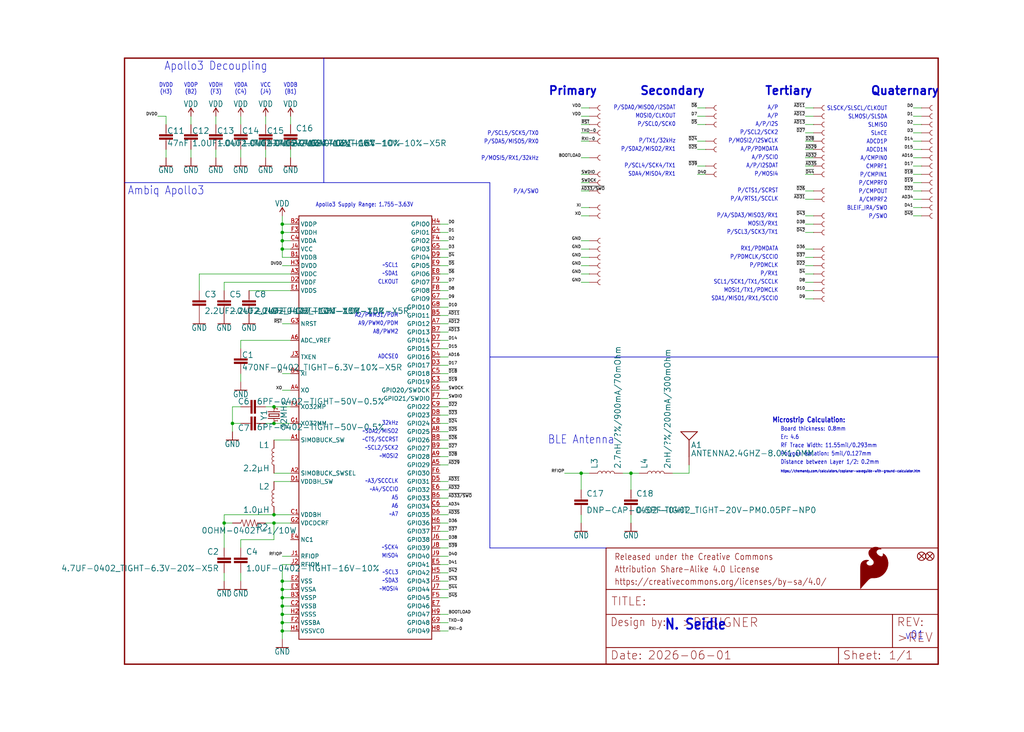
<source format=kicad_sch>
(kicad_sch (version 20230121) (generator eeschema)
  (paper "User" 313.284 223.926)
  (junction (at 86.36 193.04))
  (junction (at 68.58 160.02))
  (junction (at 86.36 177.8))
  (junction (at 86.36 180.34))
  (junction (at 86.36 68.58))
  (junction (at 83.82 124.46))
  (junction (at 193.04 144.78))
  (junction (at 86.36 76.2))
  (junction (at 83.82 160.02))
  (junction (at 86.36 190.5))
  (junction (at 177.8 144.78))
  (junction (at 86.36 185.42))
  (junction (at 71.12 129.54))
  (junction (at 86.36 182.88))
  (junction (at 86.36 73.66))
  (junction (at 86.36 187.96))
  (junction (at 86.36 71.12))
  (junction (at 83.82 157.48))
  (junction (at 83.82 129.54))
  (wire (pts (xy 86.36 190.5) (xy 88.9 190.5)) (stroke (width 0.1524)))
  (wire (pts (xy 180.34 33.02) (xy 177.8 33.02)) (stroke (width 0.1524)))
  (wire (pts (xy 86.36 177.8) (xy 86.36 180.34)) (stroke (width 0.1524)))
  (polyline (pts (xy 185.42 167.64) (xy 149.86 167.64)) (stroke (width 0.2032) (type solid)))
  (wire (pts (xy 248.92 78.74) (xy 246.38 78.74)) (stroke (width 0.1524)))
  (wire (pts (xy 134.62 132.08) (xy 137.16 132.08)) (stroke (width 0.1524)))
  (wire (pts (xy 88.9 114.3) (xy 86.36 114.3)) (stroke (width 0.1524)))
  (wire (pts (xy 88.9 86.36) (xy 68.58 86.36)) (stroke (width 0.1524)))
  (wire (pts (xy 88.9 129.54) (xy 83.82 129.54)) (stroke (width 0.1524)))
  (wire (pts (xy 281.94 33.02) (xy 279.4 33.02)) (stroke (width 0.1524)))
  (wire (pts (xy 86.36 180.34) (xy 86.36 182.88)) (stroke (width 0.1524)))
  (wire (pts (xy 88.9 134.62) (xy 83.82 134.62)) (stroke (width 0.1524)))
  (polyline (pts (xy 149.86 55.88) (xy 99.06 55.88)) (stroke (width 0.2032) (type solid)))
  (wire (pts (xy 88.9 170.18) (xy 86.36 170.18)) (stroke (width 0.1524)))
  (wire (pts (xy 134.62 104.14) (xy 137.16 104.14)) (stroke (width 0.1524)))
  (wire (pts (xy 88.9 180.34) (xy 86.36 180.34)) (stroke (width 0.1524)))
  (wire (pts (xy 134.62 114.3) (xy 137.16 114.3)) (stroke (width 0.1524)))
  (wire (pts (xy 134.62 124.46) (xy 137.16 124.46)) (stroke (width 0.1524)))
  (wire (pts (xy 248.92 38.1) (xy 246.38 38.1)) (stroke (width 0.1524)))
  (wire (pts (xy 73.66 48.26) (xy 73.66 45.72)) (stroke (width 0.1524)))
  (wire (pts (xy 134.62 187.96) (xy 137.16 187.96)) (stroke (width 0.1524)))
  (wire (pts (xy 73.66 35.56) (xy 73.66 38.1)) (stroke (width 0.1524)))
  (wire (pts (xy 248.92 88.9) (xy 246.38 88.9)) (stroke (width 0.1524)))
  (wire (pts (xy 88.9 35.56) (xy 88.9 38.1)) (stroke (width 0.1524)))
  (wire (pts (xy 134.62 127) (xy 137.16 127)) (stroke (width 0.1524)))
  (wire (pts (xy 134.62 137.16) (xy 137.16 137.16)) (stroke (width 0.1524)))
  (wire (pts (xy 88.9 81.28) (xy 86.36 81.28)) (stroke (width 0.1524)))
  (wire (pts (xy 193.04 149.86) (xy 193.04 144.78)) (stroke (width 0.1524)))
  (wire (pts (xy 134.62 172.72) (xy 137.16 172.72)) (stroke (width 0.1524)))
  (wire (pts (xy 88.9 88.9) (xy 76.2 88.9)) (stroke (width 0.1524)))
  (wire (pts (xy 86.36 73.66) (xy 86.36 71.12)) (stroke (width 0.1524)))
  (wire (pts (xy 248.92 50.8) (xy 246.38 50.8)) (stroke (width 0.1524)))
  (wire (pts (xy 248.92 35.56) (xy 246.38 35.56)) (stroke (width 0.1524)))
  (wire (pts (xy 177.8 160.02) (xy 177.8 157.48)) (stroke (width 0.1524)))
  (wire (pts (xy 88.9 144.78) (xy 83.82 144.78)) (stroke (width 0.1524)))
  (wire (pts (xy 66.04 35.56) (xy 66.04 38.1)) (stroke (width 0.1524)))
  (wire (pts (xy 66.04 48.26) (xy 66.04 45.72)) (stroke (width 0.1524)))
  (wire (pts (xy 86.36 185.42) (xy 86.36 187.96)) (stroke (width 0.1524)))
  (wire (pts (xy 180.34 63.5) (xy 177.8 63.5)) (stroke (width 0.1524)))
  (wire (pts (xy 215.9 50.8) (xy 213.36 50.8)) (stroke (width 0.1524)))
  (wire (pts (xy 134.62 177.8) (xy 137.16 177.8)) (stroke (width 0.1524)))
  (wire (pts (xy 281.94 53.34) (xy 279.4 53.34)) (stroke (width 0.1524)))
  (wire (pts (xy 88.9 177.8) (xy 86.36 177.8)) (stroke (width 0.1524)))
  (wire (pts (xy 60.96 83.82) (xy 60.96 88.9)) (stroke (width 0.1524)))
  (wire (pts (xy 58.42 35.56) (xy 58.42 38.1)) (stroke (width 0.1524)))
  (wire (pts (xy 180.34 76.2) (xy 177.8 76.2)) (stroke (width 0.1524)))
  (wire (pts (xy 137.16 81.28) (xy 134.62 81.28)) (stroke (width 0.1524)))
  (wire (pts (xy 134.62 91.44) (xy 137.16 91.44)) (stroke (width 0.1524)))
  (wire (pts (xy 215.9 33.02) (xy 213.36 33.02)) (stroke (width 0.1524)))
  (wire (pts (xy 215.9 53.34) (xy 213.36 53.34)) (stroke (width 0.1524)))
  (wire (pts (xy 83.82 160.02) (xy 83.82 165.1)) (stroke (width 0.1524)))
  (wire (pts (xy 73.66 124.46) (xy 71.12 124.46)) (stroke (width 0.1524)))
  (wire (pts (xy 134.62 147.32) (xy 137.16 147.32)) (stroke (width 0.1524)))
  (wire (pts (xy 134.62 83.82) (xy 137.16 83.82)) (stroke (width 0.1524)))
  (wire (pts (xy 73.66 116.84) (xy 73.66 114.3)) (stroke (width 0.1524)))
  (wire (pts (xy 190.5 144.78) (xy 193.04 144.78)) (stroke (width 0.1524)))
  (wire (pts (xy 73.66 129.54) (xy 71.12 129.54)) (stroke (width 0.1524)))
  (wire (pts (xy 88.9 182.88) (xy 86.36 182.88)) (stroke (width 0.1524)))
  (wire (pts (xy 172.72 144.78) (xy 177.8 144.78)) (stroke (width 0.1524)))
  (wire (pts (xy 88.9 172.72) (xy 86.36 172.72)) (stroke (width 0.1524)))
  (polyline (pts (xy 99.06 55.88) (xy 99.06 17.78)) (stroke (width 0.2032) (type solid)))
  (wire (pts (xy 88.9 76.2) (xy 86.36 76.2)) (stroke (width 0.1524)))
  (wire (pts (xy 134.62 99.06) (xy 137.16 99.06)) (stroke (width 0.1524)))
  (wire (pts (xy 248.92 53.34) (xy 246.38 53.34)) (stroke (width 0.1524)))
  (wire (pts (xy 134.62 76.2) (xy 137.16 76.2)) (stroke (width 0.1524)))
  (wire (pts (xy 134.62 109.22) (xy 137.16 109.22)) (stroke (width 0.1524)))
  (polyline (pts (xy 149.86 167.64) (xy 149.86 109.22)) (stroke (width 0.2032) (type solid)))
  (wire (pts (xy 86.36 190.5) (xy 86.36 193.04)) (stroke (width 0.1524)))
  (wire (pts (xy 73.66 177.8) (xy 73.66 175.26)) (stroke (width 0.1524)))
  (wire (pts (xy 88.9 160.02) (xy 83.82 160.02)) (stroke (width 0.1524)))
  (wire (pts (xy 134.62 170.18) (xy 137.16 170.18)) (stroke (width 0.1524)))
  (wire (pts (xy 134.62 160.02) (xy 137.16 160.02)) (stroke (width 0.1524)))
  (wire (pts (xy 248.92 81.28) (xy 246.38 81.28)) (stroke (width 0.1524)))
  (wire (pts (xy 134.62 175.26) (xy 137.16 175.26)) (stroke (width 0.1524)))
  (wire (pts (xy 248.92 40.64) (xy 246.38 40.64)) (stroke (width 0.1524)))
  (wire (pts (xy 73.66 165.1) (xy 73.66 167.64)) (stroke (width 0.1524)))
  (wire (pts (xy 205.74 144.78) (xy 210.82 144.78)) (stroke (width 0.1524)))
  (wire (pts (xy 180.34 58.42) (xy 177.8 58.42)) (stroke (width 0.1524)))
  (wire (pts (xy 215.9 45.72) (xy 213.36 45.72)) (stroke (width 0.1524)))
  (wire (pts (xy 134.62 162.56) (xy 137.16 162.56)) (stroke (width 0.1524)))
  (wire (pts (xy 68.58 177.8) (xy 68.58 175.26)) (stroke (width 0.1524)))
  (wire (pts (xy 86.36 187.96) (xy 86.36 190.5)) (stroke (width 0.1524)))
  (wire (pts (xy 83.82 160.02) (xy 81.28 160.02)) (stroke (width 0.1524)))
  (wire (pts (xy 281.94 50.8) (xy 279.4 50.8)) (stroke (width 0.1524)))
  (wire (pts (xy 88.9 83.82) (xy 60.96 83.82)) (stroke (width 0.1524)))
  (wire (pts (xy 83.82 165.1) (xy 73.66 165.1)) (stroke (width 0.1524)))
  (wire (pts (xy 281.94 43.18) (xy 279.4 43.18)) (stroke (width 0.1524)))
  (wire (pts (xy 68.58 160.02) (xy 68.58 167.64)) (stroke (width 0.1524)))
  (wire (pts (xy 86.36 172.72) (xy 86.36 177.8)) (stroke (width 0.1524)))
  (wire (pts (xy 248.92 43.18) (xy 246.38 43.18)) (stroke (width 0.1524)))
  (wire (pts (xy 134.62 182.88) (xy 137.16 182.88)) (stroke (width 0.1524)))
  (wire (pts (xy 50.8 48.26) (xy 50.8 45.72)) (stroke (width 0.1524)))
  (wire (pts (xy 281.94 55.88) (xy 279.4 55.88)) (stroke (width 0.1524)))
  (wire (pts (xy 193.04 160.02) (xy 193.04 157.48)) (stroke (width 0.1524)))
  (wire (pts (xy 88.9 124.46) (xy 83.82 124.46)) (stroke (width 0.1524)))
  (wire (pts (xy 281.94 63.5) (xy 279.4 63.5)) (stroke (width 0.1524)))
  (wire (pts (xy 88.9 187.96) (xy 86.36 187.96)) (stroke (width 0.1524)))
  (wire (pts (xy 281.94 66.04) (xy 279.4 66.04)) (stroke (width 0.1524)))
  (wire (pts (xy 134.62 119.38) (xy 137.16 119.38)) (stroke (width 0.1524)))
  (wire (pts (xy 86.36 71.12) (xy 86.36 68.58)) (stroke (width 0.1524)))
  (wire (pts (xy 134.62 93.98) (xy 137.16 93.98)) (stroke (width 0.1524)))
  (wire (pts (xy 134.62 116.84) (xy 137.16 116.84)) (stroke (width 0.1524)))
  (wire (pts (xy 88.9 119.38) (xy 86.36 119.38)) (stroke (width 0.1524)))
  (wire (pts (xy 180.34 43.18) (xy 177.8 43.18)) (stroke (width 0.1524)))
  (wire (pts (xy 248.92 71.12) (xy 246.38 71.12)) (stroke (width 0.1524)))
  (wire (pts (xy 86.36 68.58) (xy 86.36 66.04)) (stroke (width 0.1524)))
  (wire (pts (xy 180.34 35.56) (xy 177.8 35.56)) (stroke (width 0.1524)))
  (wire (pts (xy 48.26 35.56) (xy 50.8 35.56)) (stroke (width 0.1524)))
  (wire (pts (xy 134.62 157.48) (xy 137.16 157.48)) (stroke (width 0.1524)))
  (wire (pts (xy 86.36 78.74) (xy 86.36 76.2)) (stroke (width 0.1524)))
  (wire (pts (xy 215.9 35.56) (xy 213.36 35.56)) (stroke (width 0.1524)))
  (wire (pts (xy 248.92 33.02) (xy 246.38 33.02)) (stroke (width 0.1524)))
  (wire (pts (xy 88.9 157.48) (xy 83.82 157.48)) (stroke (width 0.1524)))
  (wire (pts (xy 215.9 43.18) (xy 213.36 43.18)) (stroke (width 0.1524)))
  (wire (pts (xy 180.34 38.1) (xy 177.8 38.1)) (stroke (width 0.1524)))
  (wire (pts (xy 81.28 48.26) (xy 81.28 45.72)) (stroke (width 0.1524)))
  (wire (pts (xy 248.92 76.2) (xy 246.38 76.2)) (stroke (width 0.1524)))
  (wire (pts (xy 88.9 185.42) (xy 86.36 185.42)) (stroke (width 0.1524)))
  (wire (pts (xy 134.62 180.34) (xy 137.16 180.34)) (stroke (width 0.1524)))
  (wire (pts (xy 180.34 40.64) (xy 177.8 40.64)) (stroke (width 0.1524)))
  (wire (pts (xy 248.92 86.36) (xy 246.38 86.36)) (stroke (width 0.1524)))
  (wire (pts (xy 281.94 45.72) (xy 279.4 45.72)) (stroke (width 0.1524)))
  (wire (pts (xy 134.62 88.9) (xy 137.16 88.9)) (stroke (width 0.1524)))
  (wire (pts (xy 248.92 91.44) (xy 246.38 91.44)) (stroke (width 0.1524)))
  (wire (pts (xy 248.92 66.04) (xy 246.38 66.04)) (stroke (width 0.1524)))
  (wire (pts (xy 134.62 139.7) (xy 137.16 139.7)) (stroke (width 0.1524)))
  (wire (pts (xy 281.94 38.1) (xy 279.4 38.1)) (stroke (width 0.1524)))
  (wire (pts (xy 281.94 40.64) (xy 279.4 40.64)) (stroke (width 0.1524)))
  (wire (pts (xy 88.9 68.58) (xy 86.36 68.58)) (stroke (width 0.1524)))
  (wire (pts (xy 88.9 104.14) (xy 73.66 104.14)) (stroke (width 0.1524)))
  (wire (pts (xy 83.82 157.48) (xy 68.58 157.48)) (stroke (width 0.1524)))
  (wire (pts (xy 134.62 101.6) (xy 137.16 101.6)) (stroke (width 0.1524)))
  (wire (pts (xy 134.62 190.5) (xy 137.16 190.5)) (stroke (width 0.1524)))
  (polyline (pts (xy 149.86 109.22) (xy 149.86 55.88)) (stroke (width 0.2032) (type solid)))
  (wire (pts (xy 177.8 144.78) (xy 177.8 149.86)) (stroke (width 0.1524)))
  (wire (pts (xy 134.62 121.92) (xy 137.16 121.92)) (stroke (width 0.1524)))
  (wire (pts (xy 134.62 106.68) (xy 137.16 106.68)) (stroke (width 0.1524)))
  (wire (pts (xy 88.9 73.66) (xy 86.36 73.66)) (stroke (width 0.1524)))
  (wire (pts (xy 193.04 144.78) (xy 195.58 144.78)) (stroke (width 0.1524)))
  (wire (pts (xy 88.9 193.04) (xy 86.36 193.04)) (stroke (width 0.1524)))
  (wire (pts (xy 71.12 160.02) (xy 68.58 160.02)) (stroke (width 0.1524)))
  (wire (pts (xy 71.12 124.46) (xy 71.12 129.54)) (stroke (width 0.1524)))
  (wire (pts (xy 180.34 55.88) (xy 177.8 55.88)) (stroke (width 0.1524)))
  (wire (pts (xy 210.82 144.78) (xy 210.82 142.24)) (stroke (width 0.1524)))
  (wire (pts (xy 88.9 147.32) (xy 83.82 147.32)) (stroke (width 0.1524)))
  (wire (pts (xy 180.34 73.66) (xy 177.8 73.66)) (stroke (width 0.1524)))
  (wire (pts (xy 248.92 60.96) (xy 246.38 60.96)) (stroke (width 0.1524)))
  (wire (pts (xy 180.34 78.74) (xy 177.8 78.74)) (stroke (width 0.1524)))
  (wire (pts (xy 137.16 167.64) (xy 134.62 167.64)) (stroke (width 0.1524)))
  (wire (pts (xy 86.36 182.88) (xy 86.36 185.42)) (stroke (width 0.1524)))
  (wire (pts (xy 83.82 129.54) (xy 81.28 129.54)) (stroke (width 0.1524)))
  (wire (pts (xy 81.28 35.56) (xy 81.28 38.1)) (stroke (width 0.1524)))
  (wire (pts (xy 134.62 73.66) (xy 137.16 73.66)) (stroke (width 0.1524)))
  (wire (pts (xy 68.58 160.02) (xy 68.58 157.48)) (stroke (width 0.1524)))
  (wire (pts (xy 86.36 76.2) (xy 86.36 73.66)) (stroke (width 0.1524)))
  (wire (pts (xy 180.34 86.36) (xy 177.8 86.36)) (stroke (width 0.1524)))
  (wire (pts (xy 134.62 154.94) (xy 137.16 154.94)) (stroke (width 0.1524)))
  (wire (pts (xy 180.34 83.82) (xy 177.8 83.82)) (stroke (width 0.1524)))
  (wire (pts (xy 281.94 48.26) (xy 279.4 48.26)) (stroke (width 0.1524)))
  (wire (pts (xy 180.34 53.34) (xy 177.8 53.34)) (stroke (width 0.1524)))
  (wire (pts (xy 248.92 58.42) (xy 246.38 58.42)) (stroke (width 0.1524)))
  (wire (pts (xy 248.92 45.72) (xy 246.38 45.72)) (stroke (width 0.1524)))
  (wire (pts (xy 134.62 111.76) (xy 137.16 111.76)) (stroke (width 0.1524)))
  (wire (pts (xy 134.62 96.52) (xy 137.16 96.52)) (stroke (width 0.1524)))
  (wire (pts (xy 281.94 58.42) (xy 279.4 58.42)) (stroke (width 0.1524)))
  (wire (pts (xy 88.9 78.74) (xy 86.36 78.74)) (stroke (width 0.1524)))
  (polyline (pts (xy 149.86 109.22) (xy 287.02 109.22)) (stroke (width 0.2032) (type solid)))
  (wire (pts (xy 86.36 193.04) (xy 86.36 195.58)) (stroke (width 0.1524)))
  (wire (pts (xy 71.12 129.54) (xy 71.12 132.08)) (stroke (width 0.1524)))
  (wire (pts (xy 134.62 68.58) (xy 137.16 68.58)) (stroke (width 0.1524)))
  (wire (pts (xy 58.42 48.26) (xy 58.42 45.72)) (stroke (width 0.1524)))
  (wire (pts (xy 281.94 60.96) (xy 279.4 60.96)) (stroke (width 0.1524)))
  (wire (pts (xy 134.62 165.1) (xy 137.16 165.1)) (stroke (width 0.1524)))
  (polyline (pts (xy 38.1 55.88) (xy 99.06 55.88)) (stroke (width 0.2032) (type solid)))
  (wire (pts (xy 248.92 68.58) (xy 246.38 68.58)) (stroke (width 0.1524)))
  (wire (pts (xy 248.92 83.82) (xy 246.38 83.82)) (stroke (width 0.1524)))
  (wire (pts (xy 134.62 149.86) (xy 137.16 149.86)) (stroke (width 0.1524)))
  (wire (pts (xy 134.62 71.12) (xy 137.16 71.12)) (stroke (width 0.1524)))
  (wire (pts (xy 68.58 86.36) (xy 68.58 88.9)) (stroke (width 0.1524)))
  (wire (pts (xy 248.92 48.26) (xy 246.38 48.26)) (stroke (width 0.1524)))
  (wire (pts (xy 88.9 71.12) (xy 86.36 71.12)) (stroke (width 0.1524)))
  (wire (pts (xy 134.62 152.4) (xy 137.16 152.4)) (stroke (width 0.1524)))
  (wire (pts (xy 134.62 142.24) (xy 137.16 142.24)) (stroke (width 0.1524)))
  (wire (pts (xy 134.62 86.36) (xy 137.16 86.36)) (stroke (width 0.1524)))
  (wire (pts (xy 134.62 193.04) (xy 137.16 193.04)) (stroke (width 0.1524)))
  (wire (pts (xy 180.34 66.04) (xy 177.8 66.04)) (stroke (width 0.1524)))
  (wire (pts (xy 73.66 104.14) (xy 73.66 106.68)) (stroke (width 0.1524)))
  (wire (pts (xy 281.94 35.56) (xy 279.4 35.56)) (stroke (width 0.1524)))
  (wire (pts (xy 180.34 144.78) (xy 177.8 144.78)) (stroke (width 0.1524)))
  (wire (pts (xy 180.34 81.28) (xy 177.8 81.28)) (stroke (width 0.1524)))
  (wire (pts (xy 137.16 129.54) (xy 134.62 129.54)) (stroke (width 0.1524)))
  (wire (pts (xy 134.62 134.62) (xy 137.16 134.62)) (stroke (width 0.1524)))
  (wire (pts (xy 134.62 78.74) (xy 137.16 78.74)) (stroke (width 0.1524)))
  (wire (pts (xy 177.8 48.26) (xy 180.34 48.26)) (stroke (width 0.1524)))
  (wire (pts (xy 88.9 99.06) (xy 86.36 99.06)) (stroke (width 0.1524)))
  (wire (pts (xy 50.8 38.1) (xy 50.8 35.56)) (stroke (width 0.1524)))
  (wire (pts (xy 215.9 38.1) (xy 213.36 38.1)) (stroke (width 0.1524)))
  (wire (pts (xy 83.82 124.46) (xy 81.28 124.46)) (stroke (width 0.1524)))
  (wire (pts (xy 88.9 48.26) (xy 88.9 45.72)) (stroke (width 0.1524)))
  (text "P/CMPIN1" (at 271.526 53.594 0) (effects (font (size 1.27 1.0795)) (justify right)))
  (text "P/A/SWO" (at 164.846 58.674 0) (effects (font (size 1.27 1.0795)) (justify right)))
  (text "A6" (at 121.92 154.94 0) (effects (font (size 1.27 1.0795)) (justify right)))
  (text "DVDD\n(H3)" (at 50.8 25.4 0) (effects (font (size 1.27 1.0795)) (justify top)))
  (text "SDA1/MISO1/RX1/SCCIO" (at 238.125 91.44 0) (effects (font (size 1.27 1.0795)) (justify right)))
  (text "RX1/PDMDATA" (at 238.125 76.2 0) (effects (font (size 1.27 1.0795)) (justify right)))
  (text "VDDA\n(C4)" (at 73.66 25.4 0) (effects (font (size 1.27 1.0795)) (justify top)))
  (text "N. Seidle" (at 203.2 193.04 0) (effects (font (size 3.175 2.6987) (thickness 0.5397) bold) (justify left bottom)))
  (text "A/CMPIN0" (at 271.526 48.514 0) (effects (font (size 1.27 1.0795)) (justify right)))
  (text "MISO4" (at 121.92 170.18 0) (effects (font (size 1.27 1.0795)) (justify right)))
  (text "v01" (at 276.86 193.04 0) (effects (font (size 2.54 2.159)) (justify left top)))
  (text "SDA4/MISO4/RX1" (at 206.756 53.34 0) (effects (font (size 1.27 1.0795)) (justify right)))
  (text "Apollo3 Decoupling" (at 66.04 20.32 0) (effects (font (size 2.54 2.159))))
  (text "~SCL3" (at 121.92 175.26 0) (effects (font (size 1.27 1.0795)) (justify right)))
  (text "~SCK4" (at 121.92 167.64 0) (effects (font (size 1.27 1.0795)) (justify right)))
  (text "~SDA3" (at 121.92 177.8 0) (effects (font (size 1.27 1.0795)) (justify right)))
  (text "MOSI0/CLKOUT" (at 206.756 35.56 0) (effects (font (size 1.27 1.0795)) (justify right)))
  (text "Quaternary" (at 276.86 27.94 0) (effects (font (size 2.54 2.54) (thickness 0.508) bold)))
  (text "P/SWO" (at 271.526 66.294 0) (effects (font (size 1.27 1.0795)) (justify right)))
  (text "~SCL2/SCK2" (at 121.92 137.16 0) (effects (font (size 1.27 1.0795)) (justify right)))
  (text "Er: 4.6" (at 238.76 134.62 0) (effects (font (size 1.27 1.0795)) (justify left bottom)))
  (text "P/SCL3/SCK3/TX1" (at 238.125 71.12 0) (effects (font (size 1.27 1.0795)) (justify right)))
  (text "VDDB\n(B1)" (at 88.9 25.4 0) (effects (font (size 1.27 1.0795)) (justify top)))
  (text "P/A/SDA3/MISO3/RX1" (at 238.125 66.04 0) (effects (font (size 1.27 1.0795)) (justify right)))
  (text "CMPRF1" (at 271.526 51.054 0) (effects (font (size 1.27 1.0795)) (justify right)))
  (text "A/P/I2SDAT" (at 238.125 50.8 0) (effects (font (size 1.27 1.0795)) (justify right)))
  (text "P/MOSI2/I2SWCLK" (at 238.125 43.18 0) (effects (font (size 1.27 1.0795)) (justify right)))
  (text "ADCD1P" (at 271.526 43.434 0) (effects (font (size 1.27 1.0795)) (justify right)))
  (text "VDDH\n(F3)" (at 66.04 25.4 0) (effects (font (size 1.27 1.0795)) (justify top)))
  (text "~" (at 121.92 182.88 0) (effects (font (size 1.27 1.0795)) (justify right)))
  (text "P/PDMCLK/SCCIO" (at 238.125 78.74 0) (effects (font (size 1.27 1.0795)) (justify right)))
  (text "P/CMPOUT" (at 271.526 58.674 0) (effects (font (size 1.27 1.0795)) (justify right)))
  (text "ADCD1N" (at 271.526 45.974 0) (effects (font (size 1.27 1.0795)) (justify right)))
  (text "P/SDA5/MISO5/RX0" (at 164.846 43.434 0) (effects (font (size 1.27 1.0795)) (justify right)))
  (text "~" (at 121.92 78.74 0) (effects (font (size 1.27 1.0795)) (justify right)))
  (text "~A4/SCCIO" (at 121.92 149.86 0) (effects (font (size 1.27 1.0795)) (justify right)))
  (text "~MOSI2" (at 121.92 139.7 0) (effects (font (size 1.27 1.0795)) (justify right)))
  (text "P/PDMCLK" (at 238.125 81.28 0) (effects (font (size 1.27 1.0795)) (justify right)))
  (text "P/A/RTS1/SCCLK" (at 238.125 60.96 0) (effects (font (size 1.27 1.0795)) (justify right)))
  (text "Tertiary" (at 241.3 27.94 0) (effects (font (size 2.54 2.54) (thickness 0.508) bold)))
  (text "P/TX1/32kHz" (at 206.756 43.18 0) (effects (font (size 1.27 1.0795)) (justify right)))
  (text "P/SCL5/SCK5/TX0" (at 164.846 40.894 0) (effects (font (size 1.27 1.0795)) (justify right)))
  (text "P/RX1" (at 238.125 83.82 0) (effects (font (size 1.27 1.0795)) (justify right)))
  (text "~SDA2/MISO2" (at 121.92 132.08 0) (effects (font (size 1.27 1.0795)) (justify right)))
  (text "Microstrip Calculation:" (at 236.22 129.54 0) (effects (font (size 1.524 1.2954) (thickness 0.2591) bold) (justify left bottom)))
  (text "~A7" (at 121.92 157.48 0) (effects (font (size 1.27 1.0795)) (justify right)))
  (text "P/SDA2/MISO2/RX1" (at 206.756 45.72 0) (effects (font (size 1.27 1.0795)) (justify right)))
  (text "Ambiq Apollo3" (at 50.8 58.42 0) (effects (font (size 2.54 2.159))))
  (text "P/SCL4/SCK4/TX1" (at 206.756 50.8 0) (effects (font (size 1.27 1.0795)) (justify right)))
  (text "~" (at 121.92 142.24 0) (effects (font (size 1.27 1.0795)) (justify right)))
  (text "A/P/I2S" (at 238.125 38.1 0) (effects (font (size 1.27 1.0795)) (justify right)))
  (text "A/P" (at 238.125 35.56 0) (effects (font (size 1.27 1.0795)) (justify right)))
  (text "MOSI1/TX1/PDMCLK" (at 238.125 88.9 0) (effects (font (size 1.27 1.0795)) (justify right)))
  (text "A/P/PDMDATA" (at 238.125 45.72 0) (effects (font (size 1.27 1.0795)) (justify right)))
  (text "A/P/SCIO" (at 238.125 48.26 0) (effects (font (size 1.27 1.0795)) (justify right)))
  (text "Distance between Layer 1/2: 0.2mm" (at 238.76 142.24 0) (effects (font (size 1.27 1.0795)) (justify left bottom)))
  (text "Apollo3 Supply Range: 1.755-3.63V" (at 96.52 63.5 0) (effects (font (size 1.27 1.0795)) (justify left bottom)))
  (text "VDDP\n(B2)" (at 58.42 25.4 0) (effects (font (size 1.27 1.0795)) (justify top)))
  (text "32kHz" (at 121.92 129.54 0) (effects (font (size 1.27 1.0795)) (justify right)))
  (text "~SCL1" (at 121.92 81.28 0) (effects (font (size 1.27 1.0795)) (justify right)))
  (text "SLMOSI/SLSDA" (at 271.526 35.814 0) (effects (font (size 1.27 1.0795)) (justify right)))
  (text "Polygon Isolation: 5mil/0.127mm" (at 238.76 139.7 0) (effects (font (size 1.27 1.0795)) (justify left bottom)))
  (text "P/CMPRF0" (at 271.526 56.134 0) (effects (font (size 1.27 1.0795)) (justify right)))
  (text "SCL1/SCK1/TX1/SCCLK" (at 238.125 86.36 0) (effects (font (size 1.27 1.0795)) (justify right)))
  (text "Primary" (at 175.26 27.94 0) (effects (font (size 2.54 2.54) (thickness 0.508) bold)))
  (text "P/CTS1/SCRST" (at 238.125 58.42 0) (effects (font (size 1.27 1.0795)) (justify right)))
  (text "ADCSE0" (at 121.92 109.22 0) (effects (font (size 1.27 1.0795)) (justify right)))
  (text "P/MOSI4" (at 238.125 53.34 0) (effects (font (size 1.27 1.0795)) (justify right)))
  (text "SLMISO" (at 271.526 38.354 0) (effects (font (size 1.27 1.0795)) (justify right)))
  (text "A9/PWM0/PDM" (at 121.92 99.06 0) (effects (font (size 1.27 1.0795)) (justify right)))
  (text "P/SDA0/MISO0/I2SDAT" (at 206.756 33.02 0) (effects (font (size 1.27 1.0795)) (justify right)))
  (text "A5" (at 121.92 152.4 0) (effects (font (size 1.27 1.0795)) (justify right)))
  (text "A/CMPRF2" (at 271.526 61.214 0) (effects (font (size 1.27 1.0795)) (justify right)))
  (text "A8/PWM2" (at 121.92 101.6 0) (effects (font (size 1.27 1.0795)) (justify right)))
  (text "BLEIF_IRA/SWO" (at 271.526 63.754 0) (effects (font (size 1.27 1.0795)) (justify right)))
  (text "P/SCL2/SCK2" (at 238.125 40.64 0) (effects (font (size 1.27 1.0795)) (justify right)))
  (text "~" (at 121.92 187.96 0) (effects (font (size 1.27 1.0795)) (justify right)))
  (text "https://chemandy.com/calculators/coplanar-waveguide-with-ground-calculator.htm" (at 238.76 144.78 0) (effects (font (size 0.762 0.6477)) (justify left bottom)))
  (text "~CTS/SCCRST" (at 121.92 134.62 0) (effects (font (size 1.27 1.0795)) (justify right)))
  (text "P/MOSI5/RX1/32kHz" (at 164.846 48.514 0) (effects (font (size 1.27 1.0795)) (justify right)))
  (text "SLSCK/SLSCL/CLKOUT" (at 271.526 33.274 0) (effects (font (size 1.27 1.0795)) (justify right)))
  (text "MOSI3/RX1" (at 238.125 68.58 0) (effects (font (size 1.27 1.0795)) (justify right)))
  (text "A/P" (at 238.125 33.02 0) (effects (font (size 1.27 1.0795)) (justify right)))
  (text "A2/PWM31/PDM" (at 121.92 96.52 0) (effects (font (size 1.27 1.0795)) (justify right)))
  (text "P/SCL0/SCK0" (at 206.756 38.1 0) (effects (font (size 1.27 1.0795)) (justify right)))
  (text "BLE Antenna" (at 177.8 134.62 0) (effects (font (size 2.54 2.159))))
  (text "RF Trace Width: 11.55mil/0.293mm" (at 238.76 137.16 0) (effects (font (size 1.27 1.0795)) (justify left bottom)))
  (text "~MOSI4" (at 121.92 180.34 0) (effects (font (size 1.27 1.0795)) (justify right)))
  (text "Board thickness: 0.8mm" (at 238.76 132.08 0) (effects (font (size 1.27 1.0795)) (justify left bottom)))
  (text "SLnCE" (at 271.526 40.894 0) (effects (font (size 1.27 1.0795)) (justify right)))
  (text "VCC\n(J4)" (at 81.28 25.4 0) (effects (font (size 1.27 1.0795)) (justify top)))
  (text "Secondary" (at 205.74 27.94 0) (effects (font (size 2.54 2.54) (thickness 0.508) bold)))
  (text "CLKOUT" (at 121.92 86.36 0) (effects (font (size 1.27 1.0795)) (justify right)))
  (text "~SDA1" (at 121.92 83.82 0) (effects (font (size 1.27 1.0795)) (justify right)))
  (text "~A3/SCCCLK" (at 121.92 147.32 0) (effects (font (size 1.27 1.0795)) (justify right)))
  (label "~{D5}" (at 213.36 38.1 180) (effects (font (size 0.889 0.889))))
  (label "~{D4}" (at 246.38 83.82 180) (effects (font (size 0.889 0.889))))
  (label "D36" (at 137.16 160.02 0) (effects (font (size 0.889 0.889))))
  (label "XI" (at 86.36 114.3 180) (effects (font (size 0.889 0.889))))
  (label "~{AD29}" (at 246.38 45.72 0) (effects (font (size 0.889 0.889))))
  (label "AD34" (at 279.4 60.96 180) (effects (font (size 0.889 0.889))))
  (label "~{D18}" (at 137.16 114.3 0) (effects (font (size 0.889 0.889))))
  (label "AD34" (at 137.16 154.94 0) (effects (font (size 0.889 0.889))))
  (label "D0" (at 137.16 68.58 0) (effects (font (size 0.889 0.889))))
  (label "D7" (at 213.36 35.56 180) (effects (font (size 0.889 0.889))))
  (label "~{AD11}" (at 137.16 96.52 0) (effects (font (size 0.889 0.889))))
  (label "~{D22}" (at 137.16 124.46 0) (effects (font (size 0.889 0.889))))
  (label "SWDIO" (at 177.8 53.34 0) (effects (font (size 0.889 0.889))))
  (label "~{D45}" (at 137.16 182.88 0) (effects (font (size 0.889 0.889))))
  (label "~{AD13}" (at 137.16 101.6 0) (effects (font (size 0.889 0.889))))
  (label "VDD" (at 177.8 35.56 180) (effects (font (size 0.889 0.889))))
  (label "~{D19}" (at 137.16 116.84 0) (effects (font (size 0.889 0.889))))
  (label "AD16" (at 279.4 48.26 180) (effects (font (size 0.889 0.889))))
  (label "~{D5}" (at 137.16 81.28 0) (effects (font (size 0.889 0.889))))
  (label "D8" (at 137.16 88.9 0) (effects (font (size 0.889 0.889))))
  (label "GND" (at 177.8 76.2 180) (effects (font (size 0.889 0.889))))
  (label "~{D27}" (at 137.16 137.16 0) (effects (font (size 0.889 0.889))))
  (label "~{D43}" (at 137.16 177.8 0) (effects (font (size 0.889 0.889))))
  (label "GND" (at 177.8 81.28 180) (effects (font (size 0.889 0.889))))
  (label "D10" (at 246.38 88.9 180) (effects (font (size 0.889 0.889))))
  (label "~{D19}" (at 279.4 55.88 180) (effects (font (size 0.889 0.889))))
  (label "RFIOP" (at 86.36 170.18 180) (effects (font (size 0.889 0.889))))
  (label "BOOTLOAD" (at 137.16 187.96 0) (effects (font (size 0.889 0.889))))
  (label "RXI-0" (at 177.8 43.18 0) (effects (font (size 0.889 0.889))))
  (label "~{AD33/SWO}" (at 137.16 152.4 0) (effects (font (size 0.889 0.889))))
  (label "~{D4}" (at 137.16 78.74 0) (effects (font (size 0.889 0.889))))
  (label "~{D6}" (at 213.36 33.02 180) (effects (font (size 0.889 0.889))))
  (label "~{AD33/SWO}" (at 177.8 58.42 0) (effects (font (size 0.889 0.889))))
  (label "~{AD32}" (at 137.16 149.86 0) (effects (font (size 0.889 0.889))))
  (label "XO" (at 86.36 119.38 180) (effects (font (size 0.889 0.889))))
  (label "~{D45}" (at 279.4 66.04 180) (effects (font (size 0.889 0.889))))
  (label "~{RST}" (at 177.8 38.1 0) (effects (font (size 0.889 0.889))))
  (label "D9" (at 137.16 91.44 0) (effects (font (size 0.889 0.889))))
  (label "D36" (at 246.38 76.2 180) (effects (font (size 0.889 0.889))))
  (label "D1" (at 279.4 35.56 180) (effects (font (size 0.889 0.889))))
  (label "D17" (at 137.16 111.76 0) (effects (font (size 0.889 0.889))))
  (label "XO" (at 177.8 66.04 180) (effects (font (size 0.889 0.889))))
  (label "~{D25}" (at 137.16 132.08 0) (effects (font (size 0.889 0.889))))
  (label "TXO-0" (at 137.16 190.5 0) (effects (font (size 0.889 0.889))))
  (label "RXI-0" (at 137.16 193.04 0) (effects (font (size 0.889 0.889))))
  (label "D3" (at 137.16 76.2 0) (effects (font (size 0.889 0.889))))
  (label "XI" (at 177.8 63.5 180) (effects (font (size 0.889 0.889))))
  (label "SWDCK" (at 177.8 55.88 0) (effects (font (size 0.889 0.889))))
  (label "~{AD32}" (at 246.38 48.26 0) (effects (font (size 0.889 0.889))))
  (label "~{D42}" (at 246.38 71.12 180) (effects (font (size 0.889 0.889))))
  (label "RFIOP" (at 172.72 144.78 180) (effects (font (size 0.889 0.889))))
  (label "~{AD35}" (at 137.16 157.48 0) (effects (font (size 0.889 0.889))))
  (label "D14" (at 137.16 104.14 0) (effects (font (size 0.889 0.889))))
  (label "D40" (at 137.16 170.18 0) (effects (font (size 0.889 0.889))))
  (label "D9" (at 246.38 91.44 180) (effects (font (size 0.889 0.889))))
  (label "SWDIO" (at 137.16 121.92 0) (effects (font (size 0.889 0.889))))
  (label "~{D39}" (at 213.36 50.8 180) (effects (font (size 0.889 0.889))))
  (label "~{D6}" (at 137.16 83.82 0) (effects (font (size 0.889 0.889))))
  (label "D1" (at 137.16 71.12 0) (effects (font (size 0.889 0.889))))
  (label "D7" (at 137.16 86.36 0) (effects (font (size 0.889 0.889))))
  (label "DVDD" (at 86.36 81.28 180) (effects (font (size 0.889 0.889))))
  (label "VDD" (at 177.8 33.02 180) (effects (font (size 0.889 0.889))))
  (label "GND" (at 177.8 73.66 180) (effects (font (size 0.889 0.889))))
  (label "D2" (at 137.16 73.66 0) (effects (font (size 0.889 0.889))))
  (label "~{D28}" (at 137.16 139.7 0) (effects (font (size 0.889 0.889))))
  (label "D3" (at 279.4 40.64 180) (effects (font (size 0.889 0.889))))
  (label "~{AD31}" (at 246.38 60.96 180) (effects (font (size 0.889 0.889))))
  (label "~{D22}" (at 246.38 81.28 180) (effects (font (size 0.889 0.889))))
  (label "D41" (at 137.16 172.72 0) (effects (font (size 0.889 0.889))))
  (label "D0" (at 279.4 33.02 180) (effects (font (size 0.889 0.889))))
  (label "D17" (at 279.4 50.8 180) (effects (font (size 0.889 0.889))))
  (label "~{AD12}" (at 246.38 35.56 180) (effects (font (size 0.889 0.889))))
  (label "~{AD31}" (at 137.16 147.32 0) (effects (font (size 0.889 0.889))))
  (label "~{D26}" (at 246.38 58.42 180) (effects (font (size 0.889 0.889))))
  (label "GND" (at 177.8 86.36 180) (effects (font (size 0.889 0.889))))
  (label "D8" (at 246.38 86.36 180) (effects (font (size 0.889 0.889))))
  (label "D41" (at 279.4 63.5 180) (effects (font (size 0.889 0.889))))
  (label "~{AD29}" (at 137.16 142.24 0) (effects (font (size 0.889 0.889))))
  (label "AD16" (at 137.16 109.22 0) (effects (font (size 0.889 0.889))))
  (label "D2" (at 279.4 38.1 180) (effects (font (size 0.889 0.889))))
  (label "GND" (at 177.8 83.82 180) (effects (font (size 0.889 0.889))))
  (label "D10" (at 137.16 93.98 0) (effects (font (size 0.889 0.889))))
  (label "~{D27}" (at 246.38 40.64 180) (effects (font (size 0.889 0.889))))
  (label "~{AD35}" (at 246.38 50.8 0) (effects (font (size 0.889 0.889))))
  (label "~{AD13}" (at 246.38 38.1 180) (effects (font (size 0.889 0.889))))
  (label "D15" (at 137.16 106.68 0) (effects (font (size 0.889 0.889))))
  (label "~{RST}" (at 86.36 99.06 180) (effects (font (size 0.889 0.889))))
  (label "~{D23}" (at 137.16 127 0) (effects (font (size 0.889 0.889))))
  (label "D38" (at 246.38 68.58 180) (effects (font (size 0.889 0.889))))
  (label "D38" (at 137.16 165.1 0) (effects (font (size 0.889 0.889))))
  (label "~{D23}" (at 279.4 58.42 180) (effects (font (size 0.889 0.889))))
  (label "~{D18}" (at 279.4 53.34 180) (effects (font (size 0.889 0.889))))
  (label "~{D25}" (at 213.36 45.72 180) (effects (font (size 0.889 0.889))))
  (label "D15" (at 279.4 45.72 180) (effects (font (size 0.889 0.889))))
  (label "~{D37}" (at 246.38 78.74 180) (effects (font (size 0.889 0.889))))
  (label "~{D28}" (at 246.38 43.18 0) (effects (font (size 0.889 0.889))))
  (label "TXO-0" (at 177.8 40.64 0) (effects (font (size 0.889 0.889))))
  (label "~{D43}" (at 246.38 66.04 180) (effects (font (size 0.889 0.889))))
  (label "D40" (at 213.36 53.34 0) (effects (font (size 0.889 0.889))))
  (label "~{D26}" (at 137.16 134.62 0) (effects (font (size 0.889 0.889))))
  (label "~{AD11}" (at 246.38 33.02 180) (effects (font (size 0.889 0.889))))
  (label "~{D37}" (at 137.16 162.56 0) (effects (font (size 0.889 0.889))))
  (label "~{D44}" (at 246.38 53.34 0) (effects (font (size 0.889 0.889))))
  (label "~{D24}" (at 213.36 43.18 180) (effects (font (size 0.889 0.889))))
  (label "DVDD" (at 48.26 35.56 180) (effects (font (size 0.889 0.889))))
  (label "GND" (at 177.8 78.74 180) (effects (font (size 0.889 0.889))))
  (label "D14" (at 279.4 43.18 180) (effects (font (size 0.889 0.889))))
  (label "SWDCK" (at 137.16 119.38 0) (effects (font (size 0.889 0.889))))
  (label "~{D44}" (at 137.16 180.34 0) (effects (font (size 0.889 0.889))))
  (label "~{AD12}" (at 137.16 99.06 0) (effects (font (size 0.889 0.889))))
  (label "~{D24}" (at 137.16 129.54 0) (effects (font (size 0.889 0.889))))
  (label "~{D39}" (at 137.16 167.64 0) (effects (font (size 0.889 0.889))))
  (label "~{D42}" (at 137.16 175.26 0) (effects (font (size 0.889 0.889))))
  (label "BOOTLOAD" (at 177.8 48.26 180) (effects (font (size 0.889 0.889))))
  (symbol (lib_id "working-eagle-import:PAD.4X.6") (at 281.94 55.88 0) (unit 1)
    (property "Reference" "J40" (effects hide))
    (property "Value" "PAD.4X.6" (effects hide))
    (property "Footprint" "working:MODULE_PAD" (effects hide))
  )
  (symbol (lib_id "working-eagle-import:PAD.4X.6") (at 180.34 55.88 0) (unit 1)
    (property "Reference" "J2" (effects hide))
    (property "Value" "PAD.4X.6" (effects hide))
    (property "Footprint" "working:MODULE_PAD" (effects hide))
  )
  (symbol (lib_id "working-eagle-import:VDD") (at 88.9 35.56 0) (unit 1)
    (property "Reference" "#SUPPLY11" (effects hide))
    (property "Value" "VDD" (at 88.9 32.766 0) (effects (font (size 1.778 1.5113)) (justify bottom)))
  )
  (symbol (lib_id "working-eagle-import:VDD") (at 58.42 35.56 0) (unit 1)
    (property "Reference" "#SUPPLY7" (effects hide))
    (property "Value" "VDD" (at 58.42 32.766 0) (effects (font (size 1.778 1.5113)) (justify bottom)))
  )
  (symbol (lib_id "working-eagle-import:PAD.4X.6") (at 248.92 58.42 0) (unit 1)
    (property "Reference" "J27" (effects hide))
    (property "Value" "PAD.4X.6" (effects hide))
    (property "Footprint" "working:MODULE_PAD" (effects hide))
  )
  (symbol (lib_id "working-eagle-import:PAD.35X.35") (at 180.34 78.74 0) (unit 1)
    (property "Reference" "J22" (effects hide))
    (property "Value" "PAD.35X.35" (effects hide))
    (property "Footprint" "working:MODULE_MINI_PAD" (effects hide))
  )
  (symbol (lib_id "working-eagle-import:2.2UF-0402_TIGHT-10V-10%-X5R") (at 68.58 93.98 0) (unit 1)
    (property "Reference" "C5" (at 70.104 91.059 0) (effects (font (size 1.778 1.778)) (justify left bottom)))
    (property "Value" "2.2UF-0402_TIGHT-10V-10%-X5R" (at 70.104 96.139 0) (effects (font (size 1.778 1.778)) (justify left bottom)))
    (property "Footprint" "working:0402-TIGHT" (effects hide))
  )
  (symbol (lib_id "working-eagle-import:PAD.4X.6") (at 248.92 38.1 0) (unit 1)
    (property "Reference" "J28" (effects hide))
    (property "Value" "PAD.4X.6" (effects hide))
    (property "Footprint" "working:MODULE_PAD" (effects hide))
  )
  (symbol (lib_id "working-eagle-import:GND") (at 86.36 198.12 0) (unit 1)
    (property "Reference" "#GND9" (effects hide))
    (property "Value" "GND" (at 86.36 198.374 0) (effects (font (size 1.778 1.5113)) (justify top)))
  )
  (symbol (lib_id "working-eagle-import:PAD.4X.6") (at 248.92 86.36 0) (unit 1)
    (property "Reference" "J11" (effects hide))
    (property "Value" "PAD.4X.6" (effects hide))
    (property "Footprint" "working:MODULE_PAD" (effects hide))
  )
  (symbol (lib_id "working-eagle-import:GND") (at 66.04 50.8 0) (unit 1)
    (property "Reference" "#GND12" (effects hide))
    (property "Value" "GND" (at 66.04 51.054 0) (effects (font (size 1.778 1.5113)) (justify top)))
  )
  (symbol (lib_id "working-eagle-import:PAD.4X.6") (at 180.34 33.02 0) (unit 1)
    (property "Reference" "J36" (effects hide))
    (property "Value" "PAD.4X.6" (effects hide))
    (property "Footprint" "working:MODULE_PAD" (effects hide))
  )
  (symbol (lib_id "working-eagle-import:GND") (at 68.58 180.34 0) (unit 1)
    (property "Reference" "#GND3" (effects hide))
    (property "Value" "GND" (at 68.58 180.594 0) (effects (font (size 1.778 1.5113)) (justify top)))
  )
  (symbol (lib_id "working-eagle-import:PAD.4X.6") (at 180.34 73.66 0) (unit 1)
    (property "Reference" "J1" (effects hide))
    (property "Value" "PAD.4X.6" (effects hide))
    (property "Footprint" "working:MODULE_PAD" (effects hide))
  )
  (symbol (lib_id "working-eagle-import:GND") (at 58.42 50.8 0) (unit 1)
    (property "Reference" "#GND11" (effects hide))
    (property "Value" "GND" (at 58.42 51.054 0) (effects (font (size 1.778 1.5113)) (justify top)))
  )
  (symbol (lib_id "working-eagle-import:GND") (at 73.66 119.38 0) (unit 1)
    (property "Reference" "#GND2" (effects hide))
    (property "Value" "GND" (at 73.66 119.634 0) (effects (font (size 1.778 1.5113)) (justify top)))
  )
  (symbol (lib_id "working-eagle-import:PAD.4X.6") (at 248.92 60.96 0) (unit 1)
    (property "Reference" "J44" (effects hide))
    (property "Value" "PAD.4X.6" (effects hide))
    (property "Footprint" "working:MODULE_PAD" (effects hide))
  )
  (symbol (lib_id "working-eagle-import:PAD.4X.6") (at 180.34 66.04 0) (unit 1)
    (property "Reference" "J34" (effects hide))
    (property "Value" "PAD.4X.6" (effects hide))
    (property "Footprint" "working:MODULE_PAD" (effects hide))
  )
  (symbol (lib_id "working-eagle-import:PAD.4X.6") (at 180.34 38.1 0) (unit 1)
    (property "Reference" "J50" (effects hide))
    (property "Value" "PAD.4X.6" (effects hide))
    (property "Footprint" "working:MODULE_PAD" (effects hide))
  )
  (symbol (lib_id "working-eagle-import:PAD.4X.6") (at 281.94 66.04 0) (unit 1)
    (property "Reference" "J46" (effects hide))
    (property "Value" "PAD.4X.6" (effects hide))
    (property "Footprint" "working:MODULE_PAD" (effects hide))
  )
  (symbol (lib_id "working-eagle-import:PAD.4X.6") (at 248.92 53.34 0) (unit 1)
    (property "Reference" "J58" (effects hide))
    (property "Value" "PAD.4X.6" (effects hide))
    (property "Footprint" "working:MODULE_PAD" (effects hide))
  )
  (symbol (lib_id "working-eagle-import:DNP-CAP-0402-TIGHT") (at 177.8 154.94 0) (unit 1)
    (property "Reference" "C17" (at 179.324 152.019 0) (effects (font (size 1.778 1.778)) (justify left bottom)))
    (property "Value" "DNP-CAP-0402-TIGHT" (at 179.324 157.099 0) (effects (font (size 1.778 1.778)) (justify left bottom)))
    (property "Footprint" "working:0402-TIGHT" (effects hide))
  )
  (symbol (lib_id "working-eagle-import:1.0UF-0402-TIGHT-16V-10%") (at 81.28 43.18 0) (unit 1)
    (property "Reference" "C15" (at 81.534 41.021 0) (effects (font (size 1.778 1.778)) (justify left bottom)))
    (property "Value" "1.0UF-0402-TIGHT-16V-10%" (at 81.534 42.799 0) (effects (font (size 1.778 1.778)) (justify left top)))
    (property "Footprint" "working:0402-TIGHT" (effects hide))
  )
  (symbol (lib_id "working-eagle-import:GND") (at 50.8 50.8 0) (unit 1)
    (property "Reference" "#GND10" (effects hide))
    (property "Value" "GND" (at 50.8 51.054 0) (effects (font (size 1.778 1.5113)) (justify top)))
  )
  (symbol (lib_id "working-eagle-import:6PF-0402-TIGHT-50V-0.5%") (at 78.74 129.54 90) (unit 1)
    (property "Reference" "C7" (at 76.454 129.921 90) (effects (font (size 1.778 1.778)) (justify left bottom)))
    (property "Value" "6PF-0402-TIGHT-50V-0.5%" (at 78.486 131.699 90) (effects (font (size 1.778 1.778)) (justify right top)))
    (property "Footprint" "working:0402-TIGHT" (effects hide))
  )
  (symbol (lib_id "working-eagle-import:PAD.4X.6") (at 248.92 35.56 0) (unit 1)
    (property "Reference" "J26" (effects hide))
    (property "Value" "PAD.4X.6" (effects hide))
    (property "Footprint" "working:MODULE_PAD" (effects hide))
  )
  (symbol (lib_id "working-eagle-import:VDD") (at 73.66 35.56 0) (unit 1)
    (property "Reference" "#SUPPLY9" (effects hide))
    (property "Value" "VDD" (at 73.66 32.766 0) (effects (font (size 1.778 1.5113)) (justify bottom)))
  )
  (symbol (lib_id "working-eagle-import:PAD.4X.6") (at 248.92 78.74 0) (unit 1)
    (property "Reference" "J57" (effects hide))
    (property "Value" "PAD.4X.6" (effects hide))
    (property "Footprint" "working:MODULE_PAD" (effects hide))
  )
  (symbol (lib_id "working-eagle-import:GND") (at 81.28 50.8 0) (unit 1)
    (property "Reference" "#GND14" (effects hide))
    (property "Value" "GND" (at 81.28 51.054 0) (effects (font (size 1.778 1.5113)) (justify top)))
  )
  (symbol (lib_id "working-eagle-import:PAD.4X.6") (at 180.34 35.56 0) (unit 1)
    (property "Reference" "J37" (effects hide))
    (property "Value" "PAD.4X.6" (effects hide))
    (property "Footprint" "working:MODULE_PAD" (effects hide))
  )
  (symbol (lib_id "working-eagle-import:PAD.4X.6") (at 281.94 60.96 0) (unit 1)
    (property "Reference" "J31" (effects hide))
    (property "Value" "PAD.4X.6" (effects hide))
    (property "Footprint" "working:MODULE_PAD" (effects hide))
  )
  (symbol (lib_id "working-eagle-import:PAD.4X.6") (at 248.92 40.64 0) (unit 1)
    (property "Reference" "J19" (effects hide))
    (property "Value" "PAD.4X.6" (effects hide))
    (property "Footprint" "working:MODULE_PAD" (effects hide))
  )
  (symbol (lib_id "working-eagle-import:SFE_LOGO_FLAME.05_INCH_INTERNAL") (at 262.89 180.594 0) (unit 1)
    (property "Reference" "LOGO1" (effects hide))
    (property "Value" "SFE_LOGO_FLAME.05_INCH_INTERNAL" (effects hide))
    (property "Footprint" "working:SFE_LOGO_FLAME_INTERNAL_0.05" (effects hide))
  )
  (symbol (lib_id "working-eagle-import:GND") (at 60.96 99.06 0) (unit 1)
    (property "Reference" "#GND4" (effects hide))
    (property "Value" "GND" (at 60.96 99.314 0) (effects (font (size 1.778 1.5113)) (justify top)))
  )
  (symbol (lib_id "working-eagle-import:PAD.4X.6") (at 281.94 58.42 0) (unit 1)
    (property "Reference" "J18" (effects hide))
    (property "Value" "PAD.4X.6" (effects hide))
    (property "Footprint" "working:MODULE_PAD" (effects hide))
  )
  (symbol (lib_id "working-eagle-import:PAD.4X.6") (at 180.34 83.82 0) (unit 1)
    (property "Reference" "J39" (effects hide))
    (property "Value" "PAD.4X.6" (effects hide))
    (property "Footprint" "working:MODULE_PAD" (effects hide))
  )
  (symbol (lib_id "working-eagle-import:PAD.4X.6") (at 248.92 88.9 0) (unit 1)
    (property "Reference" "J8" (effects hide))
    (property "Value" "PAD.4X.6" (effects hide))
    (property "Footprint" "working:MODULE_PAD" (effects hide))
  )
  (symbol (lib_id "working-eagle-import:AMBIQ-APOLLO3KBR") (at 111.76 129.54 0) (unit 1)
    (property "Reference" "U1" (effects hide))
    (property "Value" "AMBIQ-APOLLO3KBR" (effects hide))
    (property "Footprint" "working:BGA-81-5X5MM" (effects hide))
  )
  (symbol (lib_id "working-eagle-import:GND") (at 71.12 134.62 0) (unit 1)
    (property "Reference" "#GND5" (effects hide))
    (property "Value" "GND" (at 71.12 134.874 0) (effects (font (size 1.778 1.5113)) (justify top)))
  )
  (symbol (lib_id "working-eagle-import:PAD.4X.6") (at 215.9 50.8 0) (unit 1)
    (property "Reference" "J4" (effects hide))
    (property "Value" "PAD.4X.6" (effects hide))
    (property "Footprint" "working:MODULE_PAD" (effects hide))
  )
  (symbol (lib_id "working-eagle-import:VDD") (at 86.36 66.04 0) (unit 1)
    (property "Reference" "#SUPPLY5" (effects hide))
    (property "Value" "VDD" (at 86.36 63.246 0) (effects (font (size 1.778 1.5113)) (justify bottom)))
  )
  (symbol (lib_id "working-eagle-import:PAD.4X.6") (at 248.92 45.72 0) (unit 1)
    (property "Reference" "J33" (effects hide))
    (property "Value" "PAD.4X.6" (effects hide))
    (property "Footprint" "working:MODULE_PAD" (effects hide))
  )
  (symbol (lib_id "working-eagle-import:PAD.4X.6") (at 248.92 91.44 0) (unit 1)
    (property "Reference" "J6" (effects hide))
    (property "Value" "PAD.4X.6" (effects hide))
    (property "Footprint" "working:MODULE_PAD" (effects hide))
  )
  (symbol (lib_id "working-eagle-import:4.7UF-0402_TIGHT-6.3V-20%-X5R") (at 68.58 172.72 0) (mirror y) (unit 1)
    (property "Reference" "C2" (at 67.056 169.799 0) (effects (font (size 1.778 1.778)) (justify left bottom)))
    (property "Value" "4.7UF-0402_TIGHT-6.3V-20%-X5R" (at 67.056 174.879 0) (effects (font (size 1.778 1.778)) (justify left bottom)))
    (property "Footprint" "working:0402-TIGHT" (effects hide))
  )
  (symbol (lib_id "working-eagle-import:1.0UF-0402-TIGHT-16V-10%") (at 66.04 43.18 0) (unit 1)
    (property "Reference" "C13" (at 66.294 41.021 0) (effects (font (size 1.778 1.778)) (justify left bottom)))
    (property "Value" "1.0UF-0402-TIGHT-16V-10%" (at 66.294 42.799 0) (effects (font (size 1.778 1.778)) (justify left top)))
    (property "Footprint" "working:0402-TIGHT" (effects hide))
  )
  (symbol (lib_id "working-eagle-import:GND") (at 193.04 162.56 0) (unit 1)
    (property "Reference" "#GND21" (effects hide))
    (property "Value" "GND" (at 193.04 162.814 0) (effects (font (size 1.778 1.5113)) (justify top)))
  )
  (symbol (lib_id "working-eagle-import:VDD") (at 66.04 35.56 0) (unit 1)
    (property "Reference" "#SUPPLY8" (effects hide))
    (property "Value" "VDD" (at 66.04 32.766 0) (effects (font (size 1.778 1.5113)) (justify bottom)))
  )
  (symbol (lib_id "working-eagle-import:PAD.4X.6") (at 281.94 35.56 0) (unit 1)
    (property "Reference" "J49" (effects hide))
    (property "Value" "PAD.4X.6" (effects hide))
    (property "Footprint" "working:MODULE_PAD" (effects hide))
  )
  (symbol (lib_id "working-eagle-import:2.2UF-0402_TIGHT-10V-10%-X5R") (at 60.96 93.98 0) (unit 1)
    (property "Reference" "C3" (at 62.484 91.059 0) (effects (font (size 1.778 1.778)) (justify left bottom)))
    (property "Value" "2.2UF-0402_TIGHT-10V-10%-X5R" (at 62.484 96.139 0) (effects (font (size 1.778 1.778)) (justify left bottom)))
    (property "Footprint" "working:0402-TIGHT" (effects hide))
  )
  (symbol (lib_id "working-eagle-import:PAD.4X.6") (at 248.92 68.58 0) (unit 1)
    (property "Reference" "J56" (effects hide))
    (property "Value" "PAD.4X.6" (effects hide))
    (property "Footprint" "working:MODULE_PAD" (effects hide))
  )
  (symbol (lib_id "working-eagle-import:VDD") (at 81.28 35.56 0) (unit 1)
    (property "Reference" "#SUPPLY10" (effects hide))
    (property "Value" "VDD" (at 81.28 32.766 0) (effects (font (size 1.778 1.5113)) (justify bottom)))
  )
  (symbol (lib_id "working-eagle-import:PAD.4X.6") (at 281.94 40.64 0) (unit 1)
    (property "Reference" "J54" (effects hide))
    (property "Value" "PAD.4X.6" (effects hide))
    (property "Footprint" "working:MODULE_PAD" (effects hide))
  )
  (symbol (lib_id "working-eagle-import:PAD.4X.6") (at 281.94 45.72 0) (unit 1)
    (property "Reference" "J29" (effects hide))
    (property "Value" "PAD.4X.6" (effects hide))
    (property "Footprint" "working:MODULE_PAD" (effects hide))
  )
  (symbol (lib_id "working-eagle-import:PAD.4X.6") (at 281.94 50.8 0) (unit 1)
    (property "Reference" "J43" (effects hide))
    (property "Value" "PAD.4X.6" (effects hide))
    (property "Footprint" "working:MODULE_PAD" (effects hide))
  )
  (symbol (lib_id "working-eagle-import:PAD.4X.6") (at 215.9 38.1 0) (unit 1)
    (property "Reference" "J12" (effects hide))
    (property "Value" "PAD.4X.6" (effects hide))
    (property "Footprint" "working:MODULE_PAD" (effects hide))
  )
  (symbol (lib_id "working-eagle-import:PAD.4X.6") (at 215.9 33.02 0) (unit 1)
    (property "Reference" "J23" (effects hide))
    (property "Value" "PAD.4X.6" (effects hide))
    (property "Footprint" "working:MODULE_PAD" (effects hide))
  )
  (symbol (lib_id "working-eagle-import:GND") (at 88.9 50.8 0) (unit 1)
    (property "Reference" "#GND15" (effects hide))
    (property "Value" "GND" (at 88.9 51.054 0) (effects (font (size 1.778 1.5113)) (justify top)))
  )
  (symbol (lib_id "working-eagle-import:470NF-0402_TIGHT-6.3V-10%-X5R") (at 73.66 111.76 0) (unit 1)
    (property "Reference" "C1" (at 73.914 109.601 0) (effects (font (size 1.778 1.778)) (justify left bottom)))
    (property "Value" "470NF-0402_TIGHT-6.3V-10%-X5R" (at 73.914 111.379 0) (effects (font (size 1.778 1.778)) (justify left top)))
    (property "Footprint" "working:0402-TIGHT" (effects hide))
  )
  (symbol (lib_id "working-eagle-import:INDUCTOR-0402_TIGHT-2.0NH") (at 200.66 144.78 90) (unit 1)
    (property "Reference" "L4" (at 198.12 143.51 0) (effects (font (size 1.778 1.778)) (justify left bottom)))
    (property "Value" "2nH/?%/200mA/300mOhm" (at 203.2 143.51 0) (effects (font (size 1.778 1.778)) (justify left top)))
    (property "Footprint" "working:0402-TIGHT" (effects hide))
  )
  (symbol (lib_id "working-eagle-import:PAD.4X.6") (at 281.94 38.1 0) (unit 1)
    (property "Reference" "J48" (effects hide))
    (property "Value" "PAD.4X.6" (effects hide))
    (property "Footprint" "working:MODULE_PAD" (effects hide))
  )
  (symbol (lib_id "working-eagle-import:PAD.4X.6") (at 180.34 58.42 0) (unit 1)
    (property "Reference" "J30" (effects hide))
    (property "Value" "PAD.4X.6" (effects hide))
    (property "Footprint" "working:MODULE_PAD" (effects hide))
  )
  (symbol (lib_id "working-eagle-import:FRAME-LETTER") (at 185.42 203.2 0) (unit 2)
    (property "Reference" "FRAME1" (effects hide))
    (property "Value" "FRAME-LETTER" (effects hide))
    (property "Footprint" "working:CREATIVE_COMMONS" (effects hide))
  )
  (symbol (lib_id "working-eagle-import:PAD.4X.6") (at 248.92 66.04 0) (unit 1)
    (property "Reference" "J52" (effects hide))
    (property "Value" "PAD.4X.6" (effects hide))
    (property "Footprint" "working:MODULE_PAD" (effects hide))
  )
  (symbol (lib_id "working-eagle-import:PAD.4X.6") (at 248.92 71.12 0) (unit 1)
    (property "Reference" "J53" (effects hide))
    (property "Value" "PAD.4X.6" (effects hide))
    (property "Footprint" "working:MODULE_PAD" (effects hide))
  )
  (symbol (lib_id "working-eagle-import:PAD.4X.6") (at 215.9 43.18 0) (unit 1)
    (property "Reference" "J16" (effects hide))
    (property "Value" "PAD.4X.6" (effects hide))
    (property "Footprint" "working:MODULE_PAD" (effects hide))
  )
  (symbol (lib_id "working-eagle-import:PAD.4X.6") (at 180.34 86.36 0) (unit 1)
    (property "Reference" "J47" (effects hide))
    (property "Value" "PAD.4X.6" (effects hide))
    (property "Footprint" "working:MODULE_PAD" (effects hide))
  )
  (symbol (lib_id "working-eagle-import:PAD.4X.6") (at 248.92 50.8 0) (unit 1)
    (property "Reference" "J14" (effects hide))
    (property "Value" "PAD.4X.6" (effects hide))
    (property "Footprint" "working:MODULE_PAD" (effects hide))
  )
  (symbol (lib_id "working-eagle-import:PAD.4X.6") (at 248.92 48.26 0) (unit 1)
    (property "Reference" "J24" (effects hide))
    (property "Value" "PAD.4X.6" (effects hide))
    (property "Footprint" "working:MODULE_PAD" (effects hide))
  )
  (symbol (lib_id "working-eagle-import:PAD.4X.6") (at 281.94 48.26 0) (unit 1)
    (property "Reference" "J42" (effects hide))
    (property "Value" "PAD.4X.6" (effects hide))
    (property "Footprint" "working:MODULE_PAD" (effects hide))
  )
  (symbol (lib_id "working-eagle-import:2.2UF-0402_TIGHT-10V-10%-X5R") (at 88.9 43.18 0) (unit 1)
    (property "Reference" "C16" (at 90.424 40.259 0) (effects (font (size 1.778 1.778)) (justify left bottom)))
    (property "Value" "2.2UF-0402_TIGHT-10V-10%-X5R" (at 89.154 42.799 0) (effects (font (size 1.778 1.778)) (justify left top)))
    (property "Footprint" "working:0402-TIGHT" (effects hide))
  )
  (symbol (lib_id "working-eagle-import:2.2μH-0805_WIDE-2.2μH-1.7A-0.14OHM") (at 83.82 139.7 0) (mirror y) (unit 1)
    (property "Reference" "L1" (at 82.55 137.16 0) (effects (font (size 1.778 1.778)) (justify left bottom)))
    (property "Value" "2.2μH" (at 82.55 142.24 0) (effects (font (size 1.778 1.778)) (justify left top)))
    (property "Footprint" "working:0805-WIDE" (effects hide))
  )
  (symbol (lib_id "working-eagle-import:0.5PF-0402_TIGHT-20V-PM0.05PF-NP0") (at 193.04 154.94 0) (unit 1)
    (property "Reference" "C18" (at 194.564 152.019 0) (effects (font (size 1.778 1.778)) (justify left bottom)))
    (property "Value" "0.5PF-0402_TIGHT-20V-PM0.05PF-NP0" (at 194.564 157.099 0) (effects (font (size 1.778 1.778)) (justify left bottom)))
    (property "Footprint" "working:0402-TIGHT" (effects hide))
  )
  (symbol (lib_id "working-eagle-import:PAD.4X.6") (at 215.9 53.34 0) (unit 1)
    (property "Reference" "J5" (effects hide))
    (property "Value" "PAD.4X.6" (effects hide))
    (property "Footprint" "working:MODULE_PAD" (effects hide))
  )
  (symbol (lib_id "working-eagle-import:47NF-0402_TIGHT-25V-10%-X7R") (at 50.8 43.18 0) (unit 1)
    (property "Reference" "C11" (at 51.054 41.021 0) (effects (font (size 1.778 1.778)) (justify left bottom)))
    (property "Value" "47nF" (at 51.054 42.799 0) (effects (font (size 1.778 1.778)) (justify left top)))
    (property "Footprint" "working:0402-TIGHT" (effects hide))
  )
  (symbol (lib_id "working-eagle-import:PAD.4X.6") (at 180.34 53.34 0) (unit 1)
    (property "Reference" "J10" (effects hide))
    (property "Value" "PAD.4X.6" (effects hide))
    (property "Footprint" "working:MODULE_PAD" (effects hide))
  )
  (symbol (lib_id "working-eagle-import:0OHM-0402T-1/10W") (at 76.2 160.02 0) (unit 1)
    (property "Reference" "R2" (at 80.264 160.274 0) (effects (font (size 1.778 1.778)) (justify top)))
    (property "Value" "0OHM-0402T-1/10W" (at 76.2 161.29 0) (effects (font (size 1.778 1.778)) (justify top)))
    (property "Footprint" "working:0402-TIGHT" (effects hide))
  )
  (symbol (lib_id "working-eagle-import:GND") (at 73.66 180.34 0) (unit 1)
    (property "Reference" "#GND6" (effects hide))
    (property "Value" "GND" (at 73.66 180.594 0) (effects (font (size 1.778 1.5113)) (justify top)))
  )
  (symbol (lib_id "working-eagle-import:PAD.4X.6") (at 180.34 63.5 0) (unit 1)
    (property "Reference" "J35" (effects hide))
    (property "Value" "PAD.4X.6" (effects hide))
    (property "Footprint" "working:MODULE_PAD" (effects hide))
  )
  (symbol (lib_id "working-eagle-import:1.0μH-0805_WIDE-1.0μH-1.45A-0.106OHM-1.0MM_H") (at 83.82 152.4 0) (mirror y) (unit 1)
    (property "Reference" "L2" (at 82.55 149.86 0) (effects (font (size 1.778 1.778)) (justify left bottom)))
    (property "Value" "1.0μH" (at 82.55 154.94 0) (effects (font (size 1.778 1.778)) (justify left top)))
    (property "Footprint" "working:0805-WIDE" (effects hide))
  )
  (symbol (lib_id "working-eagle-import:PAD.4X.6") (at 180.34 76.2 0) (unit 1)
    (property "Reference" "J59" (effects hide))
    (property "Value" "PAD.4X.6" (effects hide))
    (property "Footprint" "working:MODULE_PAD" (effects hide))
  )
  (symbol (lib_id "working-eagle-import:PAD.4X.6") (at 248.92 81.28 0) (unit 1)
    (property "Reference" "J17" (effects hide))
    (property "Value" "PAD.4X.6" (effects hide))
    (property "Footprint" "working:MODULE_PAD" (effects hide))
  )
  (symbol (lib_id "working-eagle-import:GND") (at 68.58 99.06 0) (unit 1)
    (property "Reference" "#GND7" (effects hide))
    (property "Value" "GND" (at 68.58 99.314 0) (effects (font (size 1.778 1.5113)) (justify top)))
  )
  (symbol (lib_id "working-eagle-import:GND") (at 73.66 50.8 0) (unit 1)
    (property "Reference" "#GND13" (effects hide))
    (property "Value" "GND" (at 73.66 51.054 0) (effects (font (size 1.778 1.5113)) (justify top)))
  )
  (symbol (lib_id "working-eagle-import:GND") (at 76.2 99.06 0) (unit 1)
    (property "Reference" "#GND8" (effects hide))
    (property "Value" "GND" (at 76.2 99.314 0) (effects (font (size 1.778 1.5113)) (justify top)))
  )
  (symbol (lib_id "working-eagle-import:PAD.4X.6") (at 180.34 48.26 0) (unit 1)
    (property "Reference" "J7" (effects hide))
    (property "Value" "PAD.4X.6" (effects hide))
    (property "Footprint" "working:MODULE_PAD" (effects hide))
  )
  (symbol (lib_id "working-eagle-import:FRAME-LETTER") (at 38.1 203.2 0) (unit 1)
    (property "Reference" "FRAME1" (effects hide))
    (property "Value" "FRAME-LETTER" (effects hide))
    (property "Footprint" "working:CREATIVE_COMMONS" (effects hide))
  )
  (symbol (lib_id "working-eagle-import:GND") (at 177.8 162.56 0) (unit 1)
    (property "Reference" "#GND17" (effects hide))
    (property "Value" "GND" (at 177.8 162.814 0) (effects (font (size 1.778 1.5113)) (justify top)))
  )
  (symbol (lib_id "working-eagle-import:PAD.4X.6") (at 180.34 40.64 0) (unit 1)
    (property "Reference" "J9" (effects hide))
    (property "Value" "PAD.4X.6" (effects hide))
    (property "Footprint" "working:MODULE_PAD" (effects hide))
  )
  (symbol (lib_id "working-eagle-import:FIDUCIAL0.2MM") (at 284.48 170.18 0) (unit 1)
    (property "Reference" "FD3" (effects hide))
    (property "Value" "FIDUCIAL0.2MM" (effects hide))
    (property "Footprint" "working:FIDUCIAL-0.2MM" (effects hide))
  )
  (symbol (lib_id "working-eagle-import:1.0UF-0402-TIGHT-16V-10%") (at 73.66 43.18 0) (unit 1)
    (property "Reference" "C14" (at 73.914 41.021 0) (effects (font (size 1.778 1.778)) (justify left bottom)))
    (property "Value" "1.0UF-0402-TIGHT-16V-10%" (at 73.914 42.799 0) (effects (font (size 1.778 1.778)) (justify left top)))
    (property "Footprint" "working:0402-TIGHT" (effects hide))
  )
  (symbol (lib_id "working-eagle-import:PAD.35X.35") (at 180.34 81.28 0) (unit 1)
    (property "Reference" "J38" (effects hide))
    (property "Value" "PAD.35X.35" (effects hide))
    (property "Footprint" "working:MODULE_MINI_PAD" (effects hide))
  )
  (symbol (lib_id "working-eagle-import:CRYSTAL-32MHZ-SMD-2.0X1.6MM") (at 83.82 127 90) (unit 1)
    (property "Reference" "Y1" (at 81.788 127 0) (effects (font (size 1.778 1.778)) (justify bottom)))
    (property "Value" "32MHz" (at 85.852 127 0) (effects (font (size 1.778 1.778)) (justify top)))
    (property "Footprint" "working:CRYSTAL-SMD-2.0X1.6MM" (effects hide))
  )
  (symbol (lib_id "working-eagle-import:FIDUCIAL0.2MM") (at 281.94 170.18 0) (unit 1)
    (property "Reference" "FD4" (effects hide))
    (property "Value" "FIDUCIAL0.2MM" (effects hide))
    (property "Footprint" "working:FIDUCIAL-0.2MM" (effects hide))
  )
  (symbol (lib_id "working-eagle-import:PAD.4X.6") (at 281.94 33.02 0) (unit 1)
    (property "Reference" "J51" (effects hide))
    (property "Value" "PAD.4X.6" (effects hide))
    (property "Footprint" "working:MODULE_PAD" (effects hide))
  )
  (symbol (lib_id "working-eagle-import:PAD.4X.6") (at 248.92 43.18 0) (unit 1)
    (property "Reference" "J21" (effects hide))
    (property "Value" "PAD.4X.6" (effects hide))
    (property "Footprint" "working:MODULE_PAD" (effects hide))
  )
  (symbol (lib_id "working-eagle-import:6PF-0402-TIGHT-50V-0.5%") (at 78.74 124.46 90) (unit 1)
    (property "Reference" "C6" (at 76.454 123.825 90) (effects (font (size 1.778 1.778)) (justify left top)))
    (property "Value" "6PF-0402-TIGHT-50V-0.5%" (at 78.486 123.825 90) (effects (font (size 1.778 1.778)) (justify right top)))
    (property "Footprint" "working:0402-TIGHT" (effects hide))
  )
  (symbol (lib_id "working-eagle-import:PAD.4X.6") (at 281.94 63.5 0) (unit 1)
    (property "Reference" "J45" (effects hide))
    (property "Value" "PAD.4X.6" (effects hide))
    (property "Footprint" "working:MODULE_PAD" (effects hide))
  )
  (symbol (lib_id "working-eagle-import:ANTENNA2.4GHZ-8.0X1.0MM") (at 210.82 137.16 0) (unit 1)
    (property "Reference" "A1" (at 211.328 137.16 0) (effects (font (size 1.778 1.778)) (justify left bottom)))
    (property "Value" "ANTENNA2.4GHZ-8.0X1.0MM" (at 211.328 139.7 0) (effects (font (size 1.778 1.778)) (justify left bottom)))
    (property "Footprint" "working:ANT-2.4GHZ-8.0X1.0MM" (effects hide))
  )
  (symbol (lib_id "working-eagle-import:PAD.4X.6") (at 248.92 76.2 0) (unit 1)
    (property "Reference" "J55" (effects hide))
    (property "Value" "PAD.4X.6" (effects hide))
    (property "Footprint" "working:MODULE_PAD" (effects hide))
  )
  (symbol (lib_id "working-eagle-import:PAD.4X.6") (at 281.94 43.18 0) (unit 1)
    (property "Reference" "J20" (effects hide))
    (property "Value" "PAD.4X.6" (effects hide))
    (property "Footprint" "working:MODULE_PAD" (effects hide))
  )
  (symbol (lib_id "working-eagle-import:PAD.4X.6") (at 281.94 53.34 0) (unit 1)
    (property "Reference" "J41" (effects hide))
    (property "Value" "PAD.4X.6" (effects hide))
    (property "Footprint" "working:MODULE_PAD" (effects hide))
  )
  (symbol (lib_id "working-eagle-import:1.0UF-0402-TIGHT-16V-10%") (at 73.66 172.72 0) (unit 1)
    (property "Reference" "C4" (at 75.184 169.799 0) (effects (font (size 1.778 1.778)) (justify left bottom)))
    (property "Value" "1.0UF-0402-TIGHT-16V-10%" (at 75.184 174.879 0) (effects (font (size 1.778 1.778)) (justify left bottom)))
    (property "Footprint" "working:0402-TIGHT" (effects hide))
  )
  (symbol (lib_id "working-eagle-import:PAD.4X.6") (at 248.92 33.02 0) (unit 1)
    (property "Reference" "J32" (effects hide))
    (property "Value" "PAD.4X.6" (effects hide))
    (property "Footprint" "working:MODULE_PAD" (effects hide))
  )
  (symbol (lib_id "working-eagle-import:PAD.4X.6") (at 215.9 35.56 0) (unit 1)
    (property "Reference" "J13" (effects hide))
    (property "Value" "PAD.4X.6" (effects hide))
    (property "Footprint" "working:MODULE_PAD" (effects hide))
  )
  (symbol (lib_id "working-eagle-import:PAD.4X.6") (at 248.92 83.82 0) (unit 1)
    (property "Reference" "J15" (effects hide))
    (property "Value" "PAD.4X.6" (effects hide))
    (property "Footprint" "working:MODULE_PAD" (effects hide))
  )
  (symbol (lib_id "working-eagle-import:PAD.4X.6") (at 180.34 43.18 0) (unit 1)
    (property "Reference" "J3" (effects hide))
    (property "Value" "PAD.4X.6" (effects hide))
    (property "Footprint" "working:MODULE_PAD" (effects hide))
  )
  (symbol (lib_id "working-eagle-import:PAD.4X.6") (at 215.9 45.72 0) (unit 1)
    (property "Reference" "J25" (effects hide))
    (property "Value" "PAD.4X.6" (effects hide))
    (property "Footprint" "working:MODULE_PAD" (effects hide))
  )
  (symbol (lib_id "working-eagle-import:1.0UF-0402-TIGHT-16V-10%") (at 58.42 43.18 0) (unit 1)
    (property "Reference" "C12" (at 58.674 41.021 0) (effects (font (size 1.778 1.778)) (justify left bottom)))
    (property "Value" "1.0UF-0402-TIGHT-16V-10%" (at 58.674 42.799 0) (effects (font (size 1.778 1.778)) (justify left top)))
    (property "Footprint" "working:0402-TIGHT" (effects hide))
  )
  (symbol (lib_id "working-eagle-import:2.2UF-0402_TIGHT-10V-10%-X5R") (at 76.2 93.98 0) (unit 1)
    (property "Reference" "C8" (at 77.724 91.059 0) (effects (font (size 1.778 1.778)) (justify left bottom)))
    (property "Value" "2.2UF-0402_TIGHT-10V-10%-X5R" (at 77.724 96.139 0) (effects (font (size 1.778 1.778)) (justify left bottom)))
    (property "Footprint" "working:0402-TIGHT" (effects hide))
  )
  (symbol (lib_id "working-eagle-import:INDUCTOR-0402_TIGHT-2.7NH") (at 185.42 144.78 90) (unit 1)
    (property "Reference" "L3" (at 182.88 143.51 0) (effects (font (size 1.778 1.778)) (justify left bottom)))
    (property "Value" "2.7nH/?%/900mA/70mOhm" (at 187.96 143.51 0) (effects (font (size 1.778 1.778)) (justify left top)))
    (property "Footprint" "working:0402-TIGHT" (effects hide))
  )
)
</source>
